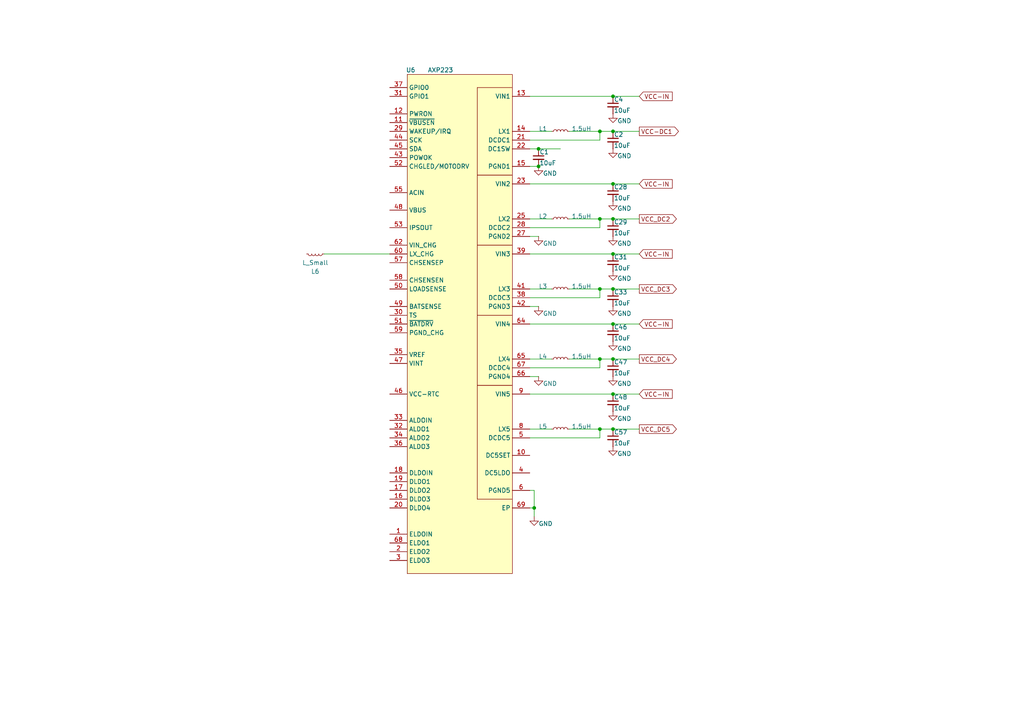
<source format=kicad_sch>
(kicad_sch (version 20250114) (generator "eeschema") (generator_version "9.0")
  (paper "A4")
  (lib_symbols
    (symbol "Device:C_Small" (pin_numbers (hide yes)) (pin_names (offset 0.254) (hide yes))
      (property "Reference" "C" (at 0.254 1.778 0))
      (property "Value" "C_Small" (at 0.254 -2.032 0))
      (symbol "C_Small_0_1"
        (polyline (pts (xy -1.524 0.508) (xy 1.524 0.508)) (stroke (width 0.3048)))
        (polyline (pts (xy -1.524 -0.508) (xy 1.524 -0.508)) (stroke (width 0.3302)))
      )
      (symbol "C_Small_1_1"
        (pin passive line (at 0 2.54 270) (length 2.032) (name "~") (number "1"))
        (pin passive line (at 0 -2.54 90) (length 2.032) (name "~") (number "2"))
      )
    )
    (symbol "Device:L_Small" (pin_numbers (hide yes)) (pin_names (offset 0.254) (hide yes))
      (property "Reference" "L" (at 0.762 1.016 0))
      (property "Value" "L_Small" (at 0.762 -1.016 0))
      (symbol "L_Small_0_1"
        (arc (start 0 2.032) (mid 0.5058 1.524) (end 0 1.016))
        (arc (start 0 1.016) (mid 0.5058 0.508) (end 0 0))
        (arc (start 0 0) (mid 0.5058 -0.508) (end 0 -1.016))
        (arc (start 0 -1.016) (mid 0.5058 -1.524) (end 0 -2.032))
      )
      (symbol "L_Small_1_1"
        (pin passive line (at 0 2.54 270) (length 0.508) (name "~") (number "1"))
        (pin passive line (at 0 -2.54 90) (length 0.508) (name "~") (number "2"))
      )
    )
    (symbol "power:GND" (power) (pin_numbers (hide yes)) (pin_names (offset 0) (hide yes))
      (property "Value" "GND" (at 0 -3.81 0))
      (symbol "GND_0_1"
        (polyline (pts (xy 0 0) (xy 0 -1.27) (xy 1.27 -1.27) (xy 0 -2.54) (xy -1.27 -1.27) (xy 0 -1.27)))
      )
      (symbol "GND_1_1"
        (pin power_in line (at 0 0 270) (length 0) (name "~") (number "1"))
      )
    )
    (symbol "xpowers:AXP223"
      (property "Reference" "U" (at -2.54 2.54 0))
      (property "Value" "AXP223" (at 3.81 2.54 0))
      (symbol "AXP223_0_1"
        (rectangle (start -11.43 0) (end 19.05 -144.78) (stroke (width 0.1524)) (fill (type background)))
        (polyline (pts (xy 8.89 -3.81) (xy 19.05 -3.81)))
        (polyline (pts (xy 8.89 -3.81) (xy 8.89 -29.21) (xy 19.05 -29.21)))
        (polyline (pts (xy 8.89 -49.53) (xy 19.05 -49.53)))
        (polyline (pts (xy 8.89 -49.53) (xy 8.89 -29.21) (xy 19.05 -29.21)))
        (polyline (pts (xy 8.89 -69.85) (xy 19.05 -69.85)))
        (polyline (pts (xy 8.89 -69.85) (xy 8.89 -49.53) (xy 19.05 -49.53)))
        (polyline (pts (xy 8.89 -90.17) (xy 19.05 -90.17)))
        (polyline (pts (xy 8.89 -90.17) (xy 8.89 -69.85) (xy 19.05 -69.85)))
        (polyline (pts (xy 8.89 -123.19) (xy 19.05 -123.19)))
        (polyline (pts (xy 8.89 -123.19) (xy 8.89 -90.17) (xy 19.05 -90.17)))
      )
      (symbol "AXP223_1_0"
        (pin passive line (at -16.51 -3.81 0) (length 5.08) (name "GPIO0") (number "37"))
        (pin passive line (at -16.51 -6.35 0) (length 5.08) (name "GPIO1") (number "31"))
        (pin passive line (at -16.51 -11.43 0) (length 5.08) (name "PWRON") (number "12"))
        (pin passive line (at -16.51 -13.97 0) (length 5.08) (name "~{VBUSEN}") (number "11"))
        (pin passive line (at -16.51 -16.51 0) (length 5.08) (name "WAKEUP/IRQ") (number "29"))
        (pin passive line (at -16.51 -19.05 0) (length 5.08) (name "SCK") (number "44"))
        (pin passive line (at -16.51 -21.59 0) (length 5.08) (name "SDA") (number "45"))
        (pin passive line (at -16.51 -24.13 0) (length 5.08) (name "POWOK") (number "43"))
        (pin passive line (at -16.51 -26.67 0) (length 5.08) (name "CHGLED/MOTODRV") (number "52"))
        (pin passive line (at -16.51 -34.29 0) (length 5.08) (name "ACIN") (number "55"))
        (pin passive line (at -16.51 -34.29 0) (length 5.08) (hide yes) (name "ACIN") (number "56"))
        (pin passive line (at -16.51 -39.37 0) (length 5.08) (name "VBUS") (number "48"))
        (pin passive line (at -16.51 -44.45 0) (length 5.08) (name "IPSOUT") (number "53"))
        (pin passive line (at -16.51 -44.45 0) (length 5.08) (hide yes) (name "IPSOUT") (number "54"))
        (pin passive line (at -16.51 -49.53 0) (length 5.08) (name "VIN_CHG") (number "62"))
        (pin passive line (at -16.51 -49.53 0) (length 5.08) (hide yes) (name "VIN_CHG") (number "63"))
        (pin passive line (at -16.51 -52.07 0) (length 5.08) (name "LX_CHG") (number "60"))
        (pin passive line (at -16.51 -52.07 0) (length 5.08) (hide yes) (name "LX_CHG") (number "61"))
        (pin passive line (at -16.51 -54.61 0) (length 5.08) (name "CHSENSEP") (number "57"))
        (pin passive line (at -16.51 -59.69 0) (length 5.08) (name "CHSENSEN") (number "58"))
        (pin passive line (at -16.51 -62.23 0) (length 5.08) (name "LOADSENSE") (number "50"))
        (pin passive line (at -16.51 -67.31 0) (length 5.08) (name "BATSENSE") (number "49"))
        (pin passive line (at -16.51 -69.85 0) (length 5.08) (name "TS") (number "30"))
        (pin passive line (at -16.51 -72.39 0) (length 5.08) (name "~{BATDRV}") (number "51"))
        (pin passive line (at -16.51 -74.93 0) (length 5.08) (name "PGND_CHG") (number "59"))
        (pin passive line (at -16.51 -81.28 0) (length 5.08) (name "VREF") (number "35"))
        (pin passive line (at -16.51 -83.82 0) (length 5.08) (name "VINT") (number "47"))
        (pin passive line (at -16.51 -92.71 0) (length 5.08) (name "VCC-RTC") (number "46"))
        (pin passive line (at -16.51 -100.33 0) (length 5.08) (name "ALDOIN") (number "33"))
        (pin passive line (at -16.51 -102.87 0) (length 5.08) (name "ALDO1") (number "32"))
        (pin passive line (at -16.51 -105.41 0) (length 5.08) (name "ALDO2") (number "34"))
        (pin passive line (at -16.51 -107.95 0) (length 5.08) (name "ALDO3") (number "36"))
        (pin passive line (at -16.51 -115.57 0) (length 5.08) (name "DLDOIN") (number "18"))
        (pin passive line (at -16.51 -118.11 0) (length 5.08) (name "DLDO1") (number "19"))
        (pin passive line (at -16.51 -120.65 0) (length 5.08) (name "DLDO2") (number "17"))
        (pin passive line (at -16.51 -123.19 0) (length 5.08) (name "DLDO3") (number "16"))
        (pin passive line (at -16.51 -125.73 0) (length 5.08) (name "DLDO4") (number "20"))
        (pin passive line (at -16.51 -133.35 0) (length 5.08) (name "ELDOIN") (number "1"))
        (pin passive line (at -16.51 -135.89 0) (length 5.08) (name "ELDO1") (number "68"))
        (pin passive line (at -16.51 -138.43 0) (length 5.08) (name "ELDO2") (number "2"))
        (pin passive line (at -16.51 -140.97 0) (length 5.08) (name "ELDO3") (number "3"))
        (pin passive line (at 24.13 -6.35 180) (length 5.08) (name "VIN1") (number "13"))
        (pin passive line (at 24.13 -16.51 180) (length 5.08) (name "LX1") (number "14"))
        (pin passive line (at 24.13 -26.67 180) (length 5.08) (name "PGND1") (number "15"))
        (pin passive line (at 24.13 -31.75 180) (length 5.08) (name "VIN2") (number "23"))
        (pin passive line (at 24.13 -41.91 180) (length 5.08) (hide yes) (name "LX2") (number "24"))
        (pin passive line (at 24.13 -41.91 180) (length 5.08) (name "LX2") (number "25"))
        (pin passive line (at 24.13 -44.45 180) (length 5.08) (name "DCDC2") (number "28"))
        (pin passive line (at 24.13 -46.99 180) (length 5.08) (hide yes) (name "PGND2") (number "26"))
        (pin passive line (at 24.13 -46.99 180) (length 5.08) (name "PGND2") (number "27"))
        (pin passive line (at 24.13 -52.07 180) (length 5.08) (name "VIN3") (number "39"))
        (pin passive line (at 24.13 -62.23 180) (length 5.08) (hide yes) (name "LX3") (number "40"))
        (pin passive line (at 24.13 -62.23 180) (length 5.08) (name "LX3") (number "41"))
        (pin passive line (at 24.13 -64.77 180) (length 5.08) (name "DCDC3") (number "38"))
        (pin passive line (at 24.13 -67.31 180) (length 5.08) (name "PGND3") (number "42"))
        (pin passive line (at 24.13 -72.39 180) (length 5.08) (name "VIN4") (number "64"))
        (pin passive line (at 24.13 -82.55 180) (length 5.08) (name "LX4") (number "65"))
        (pin passive line (at 24.13 -85.09 180) (length 5.08) (name "DCDC4") (number "67"))
        (pin passive line (at 24.13 -87.63 180) (length 5.08) (name "PGND4") (number "66"))
        (pin passive line (at 24.13 -92.71 180) (length 5.08) (name "VIN5") (number "9"))
        (pin passive line (at 24.13 -102.87 180) (length 5.08) (hide yes) (name "LX5") (number "7"))
        (pin passive line (at 24.13 -102.87 180) (length 5.08) (name "LX5") (number "8"))
        (pin passive line (at 24.13 -105.41 180) (length 5.08) (name "DCDC5") (number "5"))
        (pin passive line (at 24.13 -110.49 180) (length 5.08) (name "DC5SET") (number "10"))
        (pin passive line (at 24.13 -115.57 180) (length 5.08) (name "DC5LDO") (number "4"))
        (pin passive line (at 24.13 -120.65 180) (length 5.08) (name "PGND5") (number "6"))
        (pin passive line (at 24.13 -125.73 180) (length 5.08) (name "EP") (number "69"))
      )
      (symbol "AXP223_1_1"
        (pin passive line (at 24.13 -19.05 180) (length 5.08) (name "DCDC1") (number "21"))
        (pin passive line (at 24.13 -21.59 180) (length 5.08) (name "DC1SW") (number "22"))
      )
    )
  )
  (junction (at 177.8 104.14))
  (junction (at 177.8 124.46))
  (junction (at 177.8 53.34))
  (junction (at 177.8 73.66))
  (junction (at 156.21 43.18))
  (junction (at 177.8 93.98))
  (junction (at 173.99 38.1))
  (junction (at 156.21 48.26))
  (junction (at 173.99 124.46))
  (junction (at 173.99 104.14))
  (junction (at 177.8 27.94))
  (junction (at 177.8 114.3))
  (junction (at 177.8 83.82))
  (junction (at 154.94 147.32))
  (junction (at 177.8 63.5))
  (junction (at 173.99 63.5))
  (junction (at 173.99 83.82))
  (junction (at 177.8 38.1))
  (wire (pts (xy 153.67 104.14) (xy 160.02 104.14)))
  (wire (pts (xy 177.8 83.82) (xy 185.42 83.82)))
  (wire (pts (xy 165.1 104.14) (xy 173.99 104.14)))
  (wire (pts (xy 177.8 114.3) (xy 185.42 114.3)))
  (wire (pts (xy 153.67 53.34) (xy 177.8 53.34)))
  (wire (pts (xy 173.99 38.1) (xy 177.8 38.1)))
  (wire (pts (xy 177.8 53.34) (xy 185.42 53.34)))
  (wire (pts (xy 154.94 142.24) (xy 153.67 142.24)))
  (wire (pts (xy 173.99 124.46) (xy 177.8 124.46)))
  (wire (pts (xy 177.8 124.46) (xy 185.42 124.46)))
  (wire (pts (xy 165.1 124.46) (xy 173.99 124.46)))
  (wire (pts (xy 173.99 66.04) (xy 173.99 63.5)))
  (wire (pts (xy 113.03 73.66) (xy 93.98 73.66)))
  (wire (pts (xy 177.8 63.5) (xy 185.42 63.5)))
  (wire (pts (xy 165.1 38.1) (xy 173.99 38.1)))
  (wire (pts (xy 153.67 40.64) (xy 173.99 40.64)))
  (wire (pts (xy 153.67 68.58) (xy 156.21 68.58)))
  (wire (pts (xy 153.67 106.68) (xy 173.99 106.68)))
  (wire (pts (xy 153.67 88.9) (xy 156.21 88.9)))
  (wire (pts (xy 173.99 86.36) (xy 173.99 83.82)))
  (wire (pts (xy 177.8 93.98) (xy 185.42 93.98)))
  (wire (pts (xy 173.99 63.5) (xy 177.8 63.5)))
  (wire (pts (xy 153.67 38.1) (xy 160.02 38.1)))
  (wire (pts (xy 153.67 109.22) (xy 156.21 109.22)))
  (wire (pts (xy 177.8 104.14) (xy 185.42 104.14)))
  (wire (pts (xy 154.94 149.86) (xy 154.94 147.32)))
  (wire (pts (xy 153.67 73.66) (xy 177.8 73.66)))
  (wire (pts (xy 165.1 83.82) (xy 173.99 83.82)))
  (wire (pts (xy 165.1 63.5) (xy 173.99 63.5)))
  (wire (pts (xy 173.99 83.82) (xy 177.8 83.82)))
  (wire (pts (xy 173.99 104.14) (xy 177.8 104.14)))
  (wire (pts (xy 153.67 63.5) (xy 160.02 63.5)))
  (wire (pts (xy 153.67 114.3) (xy 177.8 114.3)))
  (wire (pts (xy 153.67 27.94) (xy 177.8 27.94)))
  (wire (pts (xy 153.67 48.26) (xy 156.21 48.26)))
  (wire (pts (xy 156.21 43.18) (xy 162.56 43.18)))
  (wire (pts (xy 153.67 93.98) (xy 177.8 93.98)))
  (wire (pts (xy 153.67 127) (xy 173.99 127)))
  (wire (pts (xy 173.99 106.68) (xy 173.99 104.14)))
  (wire (pts (xy 173.99 127) (xy 173.99 124.46)))
  (wire (pts (xy 173.99 40.64) (xy 173.99 38.1)))
  (wire (pts (xy 153.67 86.36) (xy 173.99 86.36)))
  (wire (pts (xy 153.67 66.04) (xy 173.99 66.04)))
  (wire (pts (xy 177.8 38.1) (xy 185.42 38.1)))
  (wire (pts (xy 153.67 147.32) (xy 154.94 147.32)))
  (wire (pts (xy 154.94 147.32) (xy 154.94 142.24)))
  (wire (pts (xy 153.67 43.18) (xy 156.21 43.18)))
  (wire (pts (xy 153.67 83.82) (xy 160.02 83.82)))
  (wire (pts (xy 177.8 73.66) (xy 185.42 73.66)))
  (wire (pts (xy 177.8 27.94) (xy 185.42 27.94)))
  (wire (pts (xy 153.67 124.46) (xy 160.02 124.46)))
  (global_label "VCC-DC1" (shape output) (at 185.42 38.1 0) (property "Intersheetrefs" "${INTERSHEET_REFS}" (effects (hide yes))))
  (global_label "VCC_DC3" (shape output) (at 185.42 83.82 0) (property "Intersheetrefs" "${INTERSHEET_REFS}" (effects (hide yes))))
  (global_label "VCC-IN" (shape input) (at 185.42 114.3 0) (property "Intersheetrefs" "${INTERSHEET_REFS}" (effects (hide yes))))
  (global_label "VCC-IN" (shape input) (at 185.42 27.94 0) (property "Intersheetrefs" "${INTERSHEET_REFS}" (effects (hide yes))))
  (global_label "VCC-IN" (shape input) (at 185.42 73.66 0) (property "Intersheetrefs" "${INTERSHEET_REFS}" (effects (hide yes))))
  (global_label "VCC_DC5" (shape output) (at 185.42 124.46 0) (property "Intersheetrefs" "${INTERSHEET_REFS}" (effects (hide yes))))
  (global_label "VCC-IN" (shape input) (at 185.42 93.98 0) (property "Intersheetrefs" "${INTERSHEET_REFS}" (effects (hide yes))))
  (global_label "VCC-IN" (shape input) (at 185.42 53.34 0) (property "Intersheetrefs" "${INTERSHEET_REFS}" (effects (hide yes))))
  (global_label "VCC_DC2" (shape output) (at 185.42 63.5 0) (property "Intersheetrefs" "${INTERSHEET_REFS}" (effects (hide yes))))
  (global_label "VCC_DC4" (shape output) (at 185.42 104.14 0) (property "Intersheetrefs" "${INTERSHEET_REFS}" (effects (hide yes))))
  (symbol (lib_id "power:GND") (at 177.8 68.58 0) (unit 1)
    (property "Reference" "#PWR013" (effects (hide yes)))
    (property "Value" "GND" (at 181.102 70.612 0))
    (property "Description" "Power symbol creates a global label with name \"GND\" , ground" (effects (hide yes)))
  )
  (symbol (lib_id "Device:C_Small") (at 177.8 55.88 0) (unit 1)
    (property "Reference" "C28" (at 178.0751 54.2534 0) (effects (justify left)))
    (property "Value" "10uF" (at 178.0266 57.4395 0) (effects (justify left)))
    (property "Footprint" "Capacitor_SMD:C_0603_1608Metric" (effects (hide yes)))
  )
  (symbol (lib_id "power:GND") (at 177.8 78.74 0) (unit 1)
    (property "Reference" "#PWR032" (effects (hide yes)))
    (property "Value" "GND" (at 181.102 80.772 0))
    (property "Description" "Power symbol creates a global label with name \"GND\" , ground" (effects (hide yes)))
  )
  (symbol (lib_id "Device:C_Small") (at 156.21 45.72 0) (unit 1)
    (property "Reference" "C1" (at 156.4851 44.0934 0) (effects (justify left)))
    (property "Value" "10uF" (at 156.4366 47.2795 0) (effects (justify left)))
    (property "Footprint" "Capacitor_SMD:C_0603_1608Metric" (effects (hide yes)))
  )
  (symbol (lib_id "power:GND") (at 156.21 68.58 0) (unit 1)
    (property "Reference" "#PWR030" (effects (hide yes)))
    (property "Value" "GND" (at 159.512 70.612 0))
    (property "Description" "Power symbol creates a global label with name \"GND\" , ground" (effects (hide yes)))
  )
  (symbol (lib_id "Device:C_Small") (at 177.8 116.84 0) (unit 1)
    (property "Reference" "C48" (at 178.0751 115.2134 0) (effects (justify left)))
    (property "Value" "10uF" (at 178.0266 118.3995 0) (effects (justify left)))
    (property "Footprint" "Capacitor_SMD:C_0603_1608Metric" (effects (hide yes)))
  )
  (symbol (lib_id "power:GND") (at 156.21 88.9 0) (unit 1)
    (property "Reference" "#PWR031" (effects (hide yes)))
    (property "Value" "GND" (at 159.512 90.932 0))
    (property "Description" "Power symbol creates a global label with name \"GND\" , ground" (effects (hide yes)))
  )
  (symbol (lib_id "power:GND") (at 156.21 109.22 0) (unit 1)
    (property "Reference" "#PWR034" (effects (hide yes)))
    (property "Value" "GND" (at 159.512 111.252 0))
    (property "Description" "Power symbol creates a global label with name \"GND\" , ground" (effects (hide yes)))
  )
  (symbol (lib_id "power:GND") (at 177.8 43.18 0) (unit 1)
    (property "Reference" "#PWR02" (effects (hide yes)))
    (property "Value" "GND" (at 181.102 45.212 0))
    (property "Description" "Power symbol creates a global label with name \"GND\" , ground" (effects (hide yes)))
  )
  (symbol (lib_id "Device:C_Small") (at 177.8 127 0) (unit 1)
    (property "Reference" "C57" (at 178.0751 125.3734 0) (effects (justify left)))
    (property "Value" "10uF" (at 178.0266 128.5595 0) (effects (justify left)))
    (property "Footprint" "Capacitor_SMD:C_0603_1608Metric" (effects (hide yes)))
  )
  (symbol (lib_id "power:GND") (at 156.21 48.26 0) (unit 1)
    (property "Reference" "#PWR01" (effects (hide yes)))
    (property "Value" "GND" (at 159.512 50.292 0))
    (property "Description" "Power symbol creates a global label with name \"GND\" , ground" (effects (hide yes)))
  )
  (symbol (lib_id "Device:C_Small") (at 177.8 30.48 0) (unit 1)
    (property "Reference" "C4" (at 178.0751 28.8534 0) (effects (justify left)))
    (property "Value" "10uF" (at 178.0266 32.0395 0) (effects (justify left)))
    (property "Footprint" "Capacitor_SMD:C_0603_1608Metric" (effects (hide yes)))
  )
  (symbol (lib_id "xpowers:AXP223") (at 129.54 21.59 0) (unit 1)
    (property "Reference" "U6" (at 119.126 20.32 0))
    (property "Value" "AXP223" (at 127.762 20.32 0))
    (property "Footprint" "xpowers:QFN-68-1EP_8x8mm_P0.4mm_EP5.5x5.5mm_ThermalVias" (effects (hide yes)))
  )
  (symbol (lib_id "Device:L_Small") (at 162.56 83.82 90) (unit 1)
    (property "Reference" "L3" (at 157.48 83.058 90))
    (property "Value" "1.5uH" (at 168.656 83.058 90))
    (property "Footprint" "Inductor_SMD:L_Abracon_ASPI-3012S" (effects (hide yes)))
    (property "Description" "Inductor, small symbol" (effects (hide yes)))
  )
  (symbol (lib_id "Device:C_Small") (at 177.8 86.36 0) (unit 1)
    (property "Reference" "C33" (at 178.0751 84.7334 0) (effects (justify left)))
    (property "Value" "10uF" (at 178.0266 87.9195 0) (effects (justify left)))
    (property "Footprint" "Capacitor_SMD:C_0603_1608Metric" (effects (hide yes)))
  )
  (symbol (lib_id "power:GND") (at 177.8 33.02 0) (unit 1)
    (property "Reference" "#PWR03" (effects (hide yes)))
    (property "Value" "GND" (at 181.102 35.052 0))
    (property "Description" "Power symbol creates a global label with name \"GND\" , ground" (effects (hide yes)))
  )
  (symbol (lib_id "Device:C_Small") (at 177.8 66.04 0) (unit 1)
    (property "Reference" "C29" (at 178.0751 64.4134 0) (effects (justify left)))
    (property "Value" "10uF" (at 178.0266 67.5995 0) (effects (justify left)))
    (property "Footprint" "Capacitor_SMD:C_0603_1608Metric" (effects (hide yes)))
  )
  (symbol (lib_id "power:GND") (at 154.94 149.86 0) (unit 1)
    (property "Reference" "#PWR037" (effects (hide yes)))
    (property "Value" "GND" (at 158.242 151.892 0))
    (property "Description" "Power symbol creates a global label with name \"GND\" , ground" (effects (hide yes)))
  )
  (symbol (lib_id "power:GND") (at 177.8 129.54 0) (unit 1)
    (property "Reference" "#PWR039" (effects (hide yes)))
    (property "Value" "GND" (at 181.102 131.572 0))
    (property "Description" "Power symbol creates a global label with name \"GND\" , ground" (effects (hide yes)))
  )
  (symbol (lib_id "Device:C_Small") (at 177.8 76.2 0) (unit 1)
    (property "Reference" "C31" (at 178.0751 74.5734 0) (effects (justify left)))
    (property "Value" "10uF" (at 178.0266 77.7595 0) (effects (justify left)))
    (property "Footprint" "Capacitor_SMD:C_0603_1608Metric" (effects (hide yes)))
  )
  (symbol (lib_id "power:GND") (at 177.8 119.38 0) (unit 1)
    (property "Reference" "#PWR038" (effects (hide yes)))
    (property "Value" "GND" (at 181.102 121.412 0))
    (property "Description" "Power symbol creates a global label with name \"GND\" , ground" (effects (hide yes)))
  )
  (symbol (lib_id "Device:C_Small") (at 177.8 106.68 0) (unit 1)
    (property "Reference" "C47" (at 178.0751 105.0534 0) (effects (justify left)))
    (property "Value" "10uF" (at 178.0266 108.2395 0) (effects (justify left)))
    (property "Footprint" "Capacitor_SMD:C_0603_1608Metric" (effects (hide yes)))
  )
  (symbol (lib_id "power:GND") (at 177.8 58.42 0) (unit 1)
    (property "Reference" "#PWR012" (effects (hide yes)))
    (property "Value" "GND" (at 181.102 60.452 0))
    (property "Description" "Power symbol creates a global label with name \"GND\" , ground" (effects (hide yes)))
  )
  (symbol (lib_id "Device:C_Small") (at 177.8 40.64 0) (unit 1)
    (property "Reference" "C2" (at 178.0751 39.0134 0) (effects (justify left)))
    (property "Value" "10uF" (at 178.0266 42.1995 0) (effects (justify left)))
    (property "Footprint" "Capacitor_SMD:C_0603_1608Metric" (effects (hide yes)))
  )
  (symbol (lib_id "Device:C_Small") (at 177.8 96.52 0) (unit 1)
    (property "Reference" "C46" (at 178.0751 94.8934 0) (effects (justify left)))
    (property "Value" "10uF" (at 178.0266 98.0795 0) (effects (justify left)))
    (property "Footprint" "Capacitor_SMD:C_0603_1608Metric" (effects (hide yes)))
  )
  (symbol (lib_id "Device:L_Small") (at 162.56 124.46 90) (unit 1)
    (property "Reference" "L5" (at 157.48 123.698 90))
    (property "Value" "1.5uH" (at 168.656 123.698 90))
    (property "Footprint" "Inductor_SMD:L_Abracon_ASPI-3012S" (effects (hide yes)))
    (property "Description" "Inductor, small symbol" (effects (hide yes)))
  )
  (symbol (lib_id "Device:L_Small") (at 162.56 63.5 90) (unit 1)
    (property "Reference" "L2" (at 157.48 62.738 90))
    (property "Value" "1.5uH" (at 168.656 62.738 90))
    (property "Footprint" "Inductor_SMD:L_Abracon_ASPI-3012S" (effects (hide yes)))
    (property "Description" "Inductor, small symbol" (effects (hide yes)))
  )
  (symbol (lib_id "Device:L_Small") (at 162.56 104.14 90) (unit 1)
    (property "Reference" "L4" (at 157.48 103.378 90))
    (property "Value" "1.5uH" (at 168.656 103.378 90))
    (property "Footprint" "Inductor_SMD:L_Abracon_ASPI-3012S" (effects (hide yes)))
    (property "Description" "Inductor, small symbol" (effects (hide yes)))
  )
  (symbol (lib_id "power:GND") (at 177.8 109.22 0) (unit 1)
    (property "Reference" "#PWR036" (effects (hide yes)))
    (property "Value" "GND" (at 181.102 111.252 0))
    (property "Description" "Power symbol creates a global label with name \"GND\" , ground" (effects (hide yes)))
  )
  (symbol (lib_id "Device:L_Small") (at 162.56 38.1 90) (unit 1)
    (property "Reference" "L1" (at 157.48 37.338 90))
    (property "Value" "1.5uH" (at 168.656 37.338 90))
    (property "Footprint" "Inductor_SMD:L_Abracon_ASPI-3012S" (effects (hide yes)))
    (property "Description" "Inductor, small symbol" (effects (hide yes)))
  )
  (symbol (lib_id "Device:L_Small") (at 91.44 73.66 270) (unit 1)
    (property "Reference" "L6" (at 91.44 78.74 90))
    (property "Value" "L_Small" (at 91.44 76.2 90))
    (property "Footprint" "Inductor_SMD:L_Abracon_ASPI-3012S" (effects (hide yes)))
    (property "Description" "Inductor, small symbol" (effects (hide yes)))
  )
  (symbol (lib_id "power:GND") (at 177.8 99.06 0) (unit 1)
    (property "Reference" "#PWR035" (effects (hide yes)))
    (property "Value" "GND" (at 181.102 101.092 0))
    (property "Description" "Power symbol creates a global label with name \"GND\" , ground" (effects (hide yes)))
  )
  (symbol (lib_id "power:GND") (at 177.8 88.9 0) (unit 1)
    (property "Reference" "#PWR033" (effects (hide yes)))
    (property "Value" "GND" (at 181.102 90.932 0))
    (property "Description" "Power symbol creates a global label with name \"GND\" , ground" (effects (hide yes)))
  )
)
</source>
